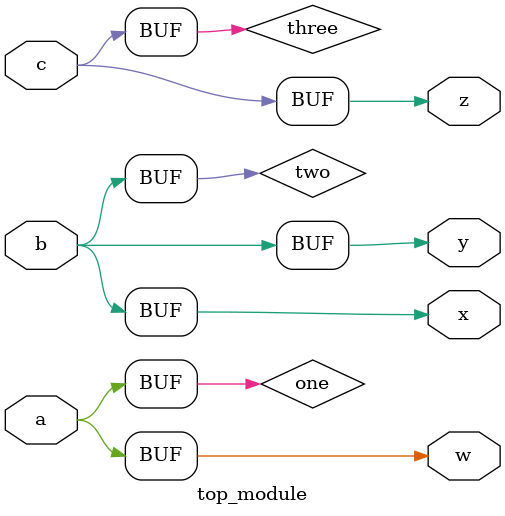
<source format=v>
module top_module( 
    input a,b,c,
    output w,x,y,z );
wire one, two, three;
    assign {one, two, three} = {a,b,c};
    assign {w,x,y,z} = {one, two,two, three};
endmodule

</source>
